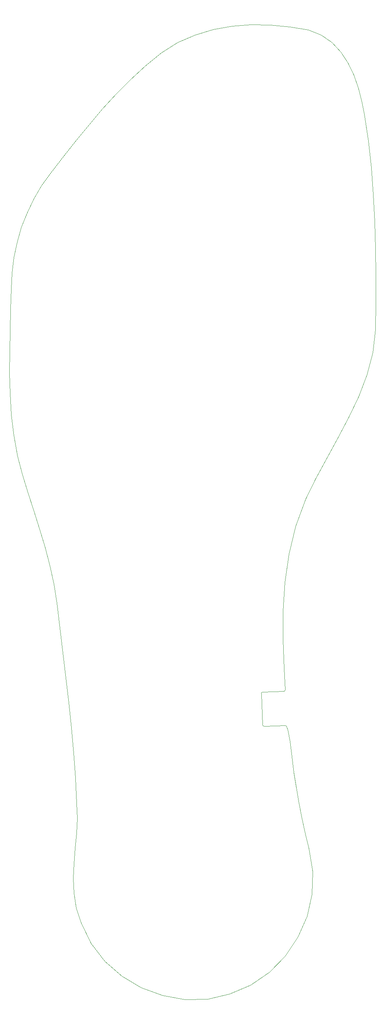
<source format=gm1>
G04 #@! TF.GenerationSoftware,KiCad,Pcbnew,(5.0.0)*
G04 #@! TF.CreationDate,2020-01-29T13:37:31+01:00*
G04 #@! TF.ProjectId,Insole_PCB,496E736F6C655F5043422E6B69636164,rev?*
G04 #@! TF.SameCoordinates,Original*
G04 #@! TF.FileFunction,Profile,NP*
%FSLAX46Y46*%
G04 Gerber Fmt 4.6, Leading zero omitted, Abs format (unit mm)*
G04 Created by KiCad (PCBNEW (5.0.0)) date 01/29/20 13:37:31*
%MOMM*%
%LPD*%
G01*
G04 APERTURE LIST*
%ADD10C,0.100000*%
G04 APERTURE END LIST*
D10*
X230489923Y-259380985D02*
X228425952Y-264119597D01*
X230938507Y-244057145D02*
X231831609Y-249192490D01*
X217686429Y-275025660D02*
X212875413Y-277033520D01*
X177930439Y-240452871D02*
X178089710Y-237014548D01*
X212875413Y-277033520D02*
X207801986Y-278210870D01*
X177644514Y-243897912D02*
X177930439Y-240452871D01*
X225547107Y-268411430D02*
X221938796Y-272099200D01*
X175528430Y-205091731D02*
X174849858Y-199407554D01*
X176164777Y-210780787D02*
X175528430Y-205091731D01*
X176743955Y-216475146D02*
X176164777Y-210780787D01*
X177671046Y-227881484D02*
X177251026Y-222175237D01*
X178089710Y-237014548D02*
X177989075Y-233594314D01*
X197563180Y-277433590D02*
X192721334Y-275633470D01*
X228425952Y-264119597D02*
X225547107Y-268411430D01*
X231653612Y-254352859D02*
X230489923Y-259380985D01*
X192721334Y-275633470D02*
X188280214Y-272995400D01*
X177899301Y-257517879D02*
X177359329Y-254159656D01*
X207801986Y-278210870D02*
X202643986Y-278318470D01*
X188280214Y-272995400D02*
X184401587Y-269596620D01*
X178978876Y-260825975D02*
X177899301Y-257517879D01*
X181247219Y-265514388D02*
X178978876Y-260825975D01*
X231831609Y-249192490D02*
X231653612Y-254352859D01*
X177989075Y-233594314D02*
X177671046Y-227881484D01*
X177225708Y-250762674D02*
X177365187Y-247338303D01*
X184401587Y-269596620D02*
X181247219Y-265514388D01*
X221938796Y-272099200D02*
X217686429Y-275025660D01*
X177359329Y-254159656D02*
X177225708Y-250762674D01*
X174144000Y-193727829D02*
X173425799Y-188052130D01*
X174849858Y-199407554D02*
X174144000Y-193727829D01*
X177251026Y-222175237D02*
X176743955Y-216475146D01*
X177365187Y-247338303D02*
X177644514Y-243897912D01*
X202643986Y-278318470D02*
X197563180Y-277433590D01*
X225444704Y-183319970D02*
X225018530Y-189840448D01*
X229326440Y-237123795D02*
X230088443Y-240600100D01*
X228645658Y-233630755D02*
X229326440Y-237123795D01*
X226380816Y-176880622D02*
X225444704Y-183319970D01*
X230088443Y-240600100D02*
X230938507Y-244057145D01*
X227500430Y-226604699D02*
X228039266Y-230123538D01*
X227022319Y-223076795D02*
X227500430Y-226604699D01*
X227936478Y-170558887D02*
X226380816Y-176880622D01*
X226598101Y-219542380D02*
X227022319Y-223076795D01*
X230221305Y-164391246D02*
X227936478Y-170558887D01*
X228039266Y-230123538D02*
X228645658Y-233630755D01*
X225018530Y-189840448D02*
X224992680Y-196405573D01*
X224992680Y-196405573D02*
X225257541Y-202978864D01*
X163010461Y-116427301D02*
X163183261Y-112861449D01*
X171865999Y-179517641D02*
X170761484Y-175331587D01*
X241177238Y-67883999D02*
X242206705Y-70823547D01*
X162681134Y-130786934D02*
X162787507Y-125992180D01*
X226535916Y-56807620D02*
X230809168Y-57546010D01*
X170028293Y-92894027D02*
X172122942Y-89996060D01*
X209089587Y-57415260D02*
X213390346Y-56645250D01*
X166889241Y-162912816D02*
X165617748Y-158768196D01*
X170761484Y-175331587D02*
X169522756Y-171179064D01*
X164458626Y-154595314D02*
X163607021Y-149879733D01*
X165617748Y-158768196D02*
X164458626Y-154595314D01*
X172774652Y-183752672D02*
X171865999Y-179517641D01*
X239861990Y-65095450D02*
X241177238Y-67883999D01*
X245162606Y-88914022D02*
X245642491Y-95034988D01*
X204924226Y-58667290D02*
X209089587Y-57415260D01*
X200951175Y-60443300D02*
X204924226Y-58667290D01*
X162760888Y-140365002D02*
X162653444Y-135580279D01*
X193643118Y-65731440D02*
X197227344Y-62785260D01*
X177856527Y-82706471D02*
X180803359Y-79110049D01*
X163607021Y-149879733D02*
X163059927Y-145133891D01*
X165370302Y-102448383D02*
X166650448Y-99140759D01*
X246188049Y-119602276D02*
X246120619Y-125736680D01*
X174970467Y-86344921D02*
X177856527Y-82706471D01*
X197227344Y-62785260D02*
X200951175Y-60443300D01*
X163059927Y-145133891D02*
X162760888Y-140365002D01*
X163183261Y-112861449D02*
X163635184Y-109329298D01*
X243595098Y-76736698D02*
X244489453Y-82812707D01*
X162916101Y-121203232D02*
X163010461Y-116427301D01*
X173425799Y-188052130D02*
X172774652Y-183752672D01*
X183833198Y-75584996D02*
X186968280Y-72160651D01*
X163635184Y-109329298D02*
X164364706Y-105851420D01*
X232507243Y-159679393D02*
X230221305Y-164391246D01*
X244151466Y-136084836D02*
X242291991Y-140968072D01*
X169522756Y-171179064D02*
X168211459Y-167044623D01*
X245477473Y-131023668D02*
X244151466Y-136084836D01*
X168211459Y-167044623D02*
X166889241Y-162912816D01*
X238214260Y-62562640D02*
X239861990Y-65095450D01*
X222170421Y-56383390D02*
X226535916Y-56807620D01*
X233734550Y-58683180D02*
X236187347Y-60390310D01*
X162653444Y-135580279D02*
X162681134Y-130786934D01*
X190230842Y-68866353D02*
X193643118Y-65731440D01*
X162787507Y-125992180D02*
X162916101Y-121203232D01*
X235006673Y-155029035D02*
X232507243Y-159679393D01*
X237570202Y-150392286D02*
X235006673Y-155029035D01*
X240048439Y-145721260D02*
X237570202Y-150392286D01*
X242291991Y-140968072D02*
X240048439Y-145721260D01*
X213390346Y-56645250D02*
X217769594Y-56315290D01*
X242206705Y-70823547D02*
X242997091Y-73809359D01*
X186968280Y-72160651D02*
X190230842Y-68866353D01*
X236187347Y-60390310D02*
X238214260Y-62562640D01*
X166650448Y-99140759D02*
X168203620Y-95949116D01*
X246120619Y-125736680D02*
X245477473Y-131023668D01*
X246201889Y-113459250D02*
X246188049Y-119602276D01*
X246134199Y-107313257D02*
X246201889Y-113459250D01*
X242997091Y-73809359D02*
X243595098Y-76736698D01*
X164364706Y-105851420D02*
X165370302Y-102448383D01*
X230809168Y-57546010D02*
X233734550Y-58683180D01*
X217769594Y-56315290D02*
X222170421Y-56383390D01*
X180803359Y-79110049D02*
X183833198Y-75584996D01*
X168203620Y-95949116D02*
X170028293Y-92894027D01*
X245957044Y-101169951D02*
X246134199Y-107313257D01*
X245642491Y-95034988D02*
X245957044Y-101169951D01*
X172122942Y-89996060D02*
X174970467Y-86344921D01*
X244489453Y-82812707D02*
X245162606Y-88914022D01*
X226095453Y-216940707D02*
X226599453Y-219550707D01*
X220355453Y-215770707D02*
X220105453Y-208640707D01*
X220355454Y-215769361D02*
G75*
G03X220801647Y-216130707I401061J39080D01*
G01*
X225545453Y-215960707D02*
X220795453Y-216130707D01*
X220385637Y-208342814D02*
G75*
G03X220105453Y-208630707I26761J-306331D01*
G01*
X225895952Y-216256623D02*
G75*
G03X225545453Y-215960707I-320499J-24084D01*
G01*
X225249537Y-208170706D02*
G75*
G03X225545453Y-207820207I-24084J320499D01*
G01*
X225895453Y-216260707D02*
X226095453Y-216940707D01*
X225245453Y-208170707D02*
X220385453Y-208340707D01*
X225259453Y-202980707D02*
X225545453Y-207810707D01*
M02*

</source>
